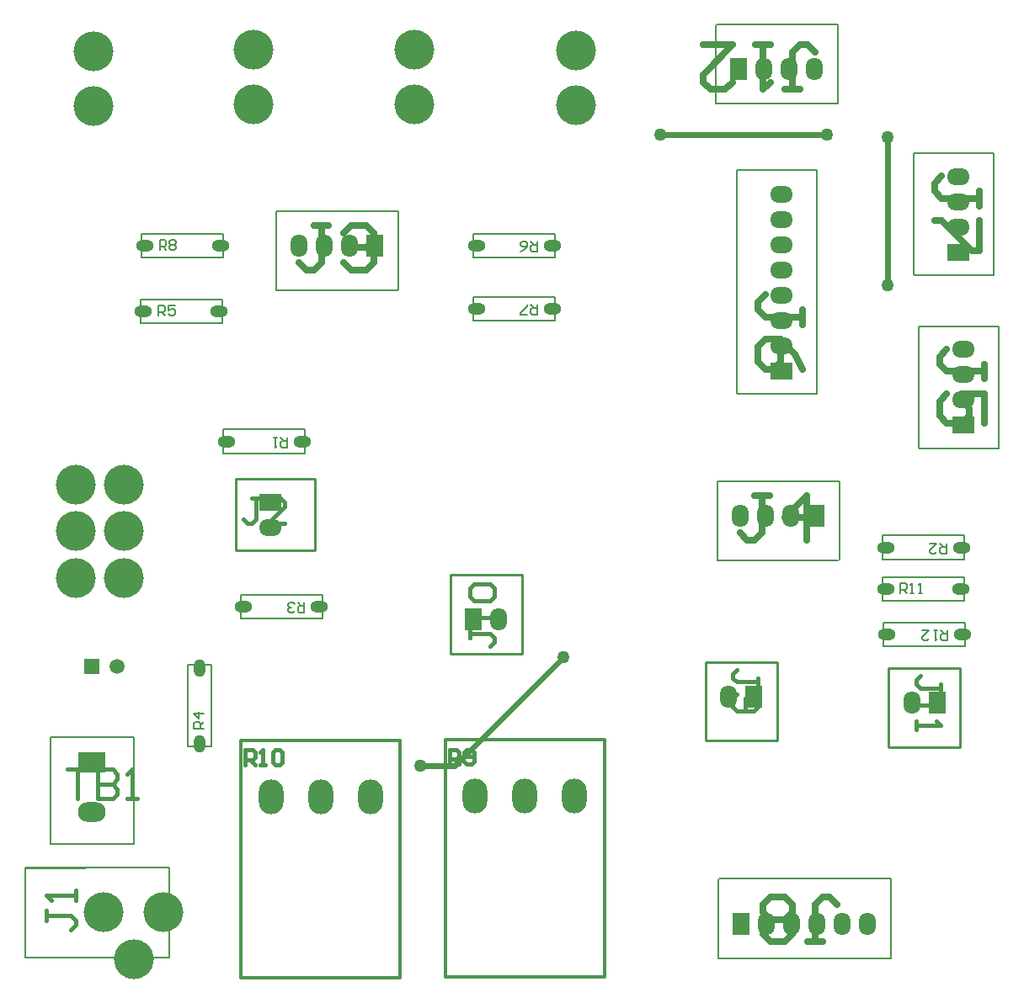
<source format=gtl>
G04*
G04 #@! TF.GenerationSoftware,Altium Limited,Altium Designer,22.5.1 (42)*
G04*
G04 Layer_Physical_Order=1*
G04 Layer_Color=255*
%FSLAX44Y44*%
%MOMM*%
G71*
G04*
G04 #@! TF.SameCoordinates,2238DE84-C422-4DFA-8E31-384DE279FC20*
G04*
G04*
G04 #@! TF.FilePolarity,Positive*
G04*
G01*
G75*
%ADD10C,0.2540*%
%ADD11C,0.2000*%
%ADD12C,0.3000*%
%ADD13C,0.1500*%
%ADD14C,0.4000*%
%ADD15C,0.7000*%
%ADD16C,0.4500*%
%ADD30C,0.6000*%
%ADD31O,1.8000X1.2000*%
%ADD32O,1.7000X2.3000*%
%ADD33R,1.7000X2.3000*%
%ADD34C,4.0000*%
%ADD35C,1.5000*%
%ADD36R,1.5000X1.5000*%
%ADD37R,2.3000X1.7000*%
%ADD38O,2.3000X1.7000*%
%ADD39O,2.5000X3.5000*%
%ADD40O,1.2000X1.8000*%
%ADD41R,2.8000X2.0000*%
%ADD42O,2.8000X2.0000*%
%ADD43C,1.2700*%
D10*
X946912Y246077D02*
X1019048D01*
Y325579D01*
X946912D02*
X1019048D01*
X946912Y246077D02*
Y325579D01*
X290371Y443992D02*
X369873D01*
X290371D02*
Y516128D01*
X369873D01*
Y443992D02*
Y516128D01*
X762762Y252428D02*
Y331929D01*
X834898D01*
Y252428D02*
Y331929D01*
X762762Y252428D02*
X834898D01*
X578358Y339901D02*
Y419403D01*
X506222Y339901D02*
X578358D01*
X506222D02*
Y419403D01*
X578358D01*
D11*
X941190Y459040D02*
X1023190D01*
X941190Y435040D02*
Y459040D01*
Y435040D02*
X1023190D01*
Y459040D01*
X940810Y393130D02*
X1022810D01*
Y417130D01*
X940810D02*
X1022810D01*
X940810Y393130D02*
Y417130D01*
X941880Y371410D02*
X1023880D01*
X941880Y347410D02*
Y371410D01*
Y347410D02*
X1023880D01*
Y371410D01*
X775330Y33580D02*
Y112580D01*
X776330Y113580D01*
X949330D01*
Y33580D02*
Y113580D01*
X775330Y33580D02*
X949330D01*
X773790Y973370D02*
X895604D01*
Y893370D02*
Y973370D01*
X772790Y893370D02*
Y972370D01*
Y893370D02*
X895604D01*
X774446Y433790D02*
X896260D01*
X774446D02*
Y513790D01*
X897260Y434790D02*
Y513790D01*
X774446D02*
X897260D01*
X331216Y705570D02*
X453030D01*
X331216D02*
Y785570D01*
X454030Y706570D02*
Y785570D01*
X331216D02*
X454030D01*
X266000Y246810D02*
Y328810D01*
X242000D02*
X266000D01*
X242000Y246810D02*
Y328810D01*
Y246810D02*
X266000D01*
X104050Y256240D02*
X188050D01*
Y148990D02*
Y256240D01*
X104050Y148990D02*
X188050D01*
X104050D02*
Y256240D01*
X278250Y565720D02*
X360250D01*
X278250Y541720D02*
Y565720D01*
Y541720D02*
X360250D01*
Y565720D01*
X529710Y699070D02*
X611710D01*
X529710Y675070D02*
Y699070D01*
Y675070D02*
X611710D01*
Y699070D01*
X194740Y672530D02*
X276740D01*
Y696530D01*
X194740D02*
X276740D01*
X194740Y672530D02*
Y696530D01*
X529710Y762570D02*
X611710D01*
X529710Y738570D02*
Y762570D01*
Y738570D02*
X611710D01*
Y762570D01*
X295450Y399350D02*
X377450D01*
X295450Y375350D02*
Y399350D01*
Y375350D02*
X377450D01*
Y399350D01*
X196010Y738570D02*
X278010D01*
Y762570D01*
X196010D02*
X278010D01*
X196010Y738570D02*
Y762570D01*
X78988Y34010D02*
Y124010D01*
Y125010D02*
X223988D01*
X223988Y34010D02*
Y124010D01*
X78988Y34010D02*
X223988D01*
X78988Y124010D02*
X138988D01*
X874470Y601340D02*
Y827024D01*
X795470Y601340D02*
X874470D01*
X794470Y827024D02*
X874470D01*
X794470Y602340D02*
Y827024D01*
X977350Y547730D02*
Y669544D01*
X1057350D01*
X978350Y546730D02*
X1057350D01*
Y669544D01*
X972270Y721720D02*
Y843534D01*
X1052270D01*
X973270Y720720D02*
X1052270D01*
Y843534D01*
D12*
X295920Y253200D02*
X296920D01*
X295920Y14200D02*
Y253200D01*
Y14200D02*
X455920D01*
Y253200D01*
X295920D02*
X455920D01*
X501190Y253850D02*
X502190D01*
X501190Y14850D02*
Y253850D01*
Y14850D02*
X661190D01*
Y253850D01*
X501190D02*
X661190D01*
D13*
X1005190Y451040D02*
Y441043D01*
X1000192D01*
X998525Y442709D01*
Y446042D01*
X1000192Y447708D01*
X1005190D01*
X1001858D02*
X998525Y451040D01*
X988529D02*
X995193D01*
X988529Y444375D01*
Y442709D01*
X990195Y441043D01*
X993527D01*
X995193Y442709D01*
X958810Y401130D02*
Y411127D01*
X963808D01*
X965474Y409461D01*
Y406128D01*
X963808Y404462D01*
X958810D01*
X962142D02*
X965474Y401130D01*
X968807D02*
X972139D01*
X970473D01*
Y411127D01*
X968807Y409461D01*
X977137Y401130D02*
X980470D01*
X978804D01*
Y411127D01*
X977137Y409461D01*
X1005880Y363410D02*
Y353413D01*
X1000882D01*
X999215Y355079D01*
Y358412D01*
X1000882Y360078D01*
X1005880D01*
X1002548D02*
X999215Y363410D01*
X995883D02*
X992551D01*
X994217D01*
Y353413D01*
X995883Y355079D01*
X980888Y363410D02*
X987553D01*
X980888Y356745D01*
Y355079D01*
X982554Y353413D01*
X985886D01*
X987553Y355079D01*
X258000Y264810D02*
X248003D01*
Y269808D01*
X249669Y271474D01*
X253002D01*
X254668Y269808D01*
Y264810D01*
Y268142D02*
X258000Y271474D01*
Y279805D02*
X248003D01*
X253002Y274807D01*
Y281471D01*
X342250Y557720D02*
Y547723D01*
X337252D01*
X335586Y549389D01*
Y552722D01*
X337252Y554388D01*
X342250D01*
X338918D02*
X335586Y557720D01*
X332253D02*
X328921D01*
X330587D01*
Y547723D01*
X332253Y549389D01*
X593710Y691070D02*
Y681073D01*
X588712D01*
X587046Y682739D01*
Y686072D01*
X588712Y687738D01*
X593710D01*
X590378D02*
X587046Y691070D01*
X583713Y681073D02*
X577049D01*
Y682739D01*
X583713Y689404D01*
Y691070D01*
X212740Y680530D02*
Y690527D01*
X217738D01*
X219405Y688861D01*
Y685528D01*
X217738Y683862D01*
X212740D01*
X216072D02*
X219405Y680530D01*
X229401Y690527D02*
X222737D01*
Y685528D01*
X226069Y687195D01*
X227735D01*
X229401Y685528D01*
Y682196D01*
X227735Y680530D01*
X224403D01*
X222737Y682196D01*
X593710Y754570D02*
Y744573D01*
X588712D01*
X587046Y746239D01*
Y749572D01*
X588712Y751238D01*
X593710D01*
X590378D02*
X587046Y754570D01*
X577049Y744573D02*
X580381Y746239D01*
X583713Y749572D01*
Y752904D01*
X582047Y754570D01*
X578715D01*
X577049Y752904D01*
Y751238D01*
X578715Y749572D01*
X583713D01*
X359450Y391350D02*
Y381353D01*
X354452D01*
X352785Y383019D01*
Y386352D01*
X354452Y388018D01*
X359450D01*
X356118D02*
X352785Y391350D01*
X349453Y383019D02*
X347787Y381353D01*
X344455D01*
X342789Y383019D01*
Y384686D01*
X344455Y386352D01*
X346121D01*
X344455D01*
X342789Y388018D01*
Y389684D01*
X344455Y391350D01*
X347787D01*
X349453Y389684D01*
X214010Y746570D02*
Y756567D01*
X219008D01*
X220674Y754901D01*
Y751568D01*
X219008Y749902D01*
X214010D01*
X217342D02*
X220674Y746570D01*
X224007Y754901D02*
X225673Y756567D01*
X229005D01*
X230671Y754901D01*
Y753234D01*
X229005Y751568D01*
X230671Y749902D01*
Y748236D01*
X229005Y746570D01*
X225673D01*
X224007Y748236D01*
Y749902D01*
X225673Y751568D01*
X224007Y753234D01*
Y754901D01*
X225673Y751568D02*
X229005D01*
D14*
X999472Y301169D02*
Y309499D01*
Y305334D01*
X978645D01*
X974480Y309499D01*
Y313665D01*
X978645Y317830D01*
X974480Y292838D02*
Y284507D01*
Y288673D01*
X999472D01*
X995307Y292838D01*
X974480Y272012D02*
Y263681D01*
Y267846D01*
X999472D01*
X995307Y272012D01*
X314781Y496552D02*
X306451D01*
X310616D01*
Y475725D01*
X306451Y471560D01*
X302285D01*
X298120Y475725D01*
X339773Y471560D02*
X323112D01*
X339773Y488221D01*
Y492387D01*
X335608Y496552D01*
X327277D01*
X323112Y492387D01*
X299920Y228200D02*
Y243195D01*
X307418D01*
X309917Y240696D01*
Y235698D01*
X307418Y233198D01*
X299920D01*
X304918D02*
X309917Y228200D01*
X314915D02*
X319914D01*
X317414D01*
Y243195D01*
X314915Y240696D01*
X327411D02*
X329910Y243195D01*
X334909D01*
X337408Y240696D01*
Y230699D01*
X334909Y228200D01*
X329910D01*
X327411Y230699D01*
Y240696D01*
X505190Y228850D02*
Y243845D01*
X512688D01*
X515187Y241346D01*
Y236348D01*
X512688Y233848D01*
X505190D01*
X510188D02*
X515187Y228850D01*
X520185Y231349D02*
X522684Y228850D01*
X527683D01*
X530182Y231349D01*
Y241346D01*
X527683Y243845D01*
X522684D01*
X520185Y241346D01*
Y238847D01*
X522684Y236348D01*
X530182D01*
X815322Y307519D02*
Y315849D01*
Y311684D01*
X794495D01*
X790330Y315849D01*
Y320015D01*
X794495Y324180D01*
Y299188D02*
X790330Y295023D01*
Y286692D01*
X794495Y282527D01*
X811157D01*
X815322Y286692D01*
Y295023D01*
X811157Y299188D01*
X806991D01*
X802826Y295023D01*
Y282527D01*
X525798Y364311D02*
Y355981D01*
Y360146D01*
X546625D01*
X550790Y355981D01*
Y351815D01*
X546625Y347650D01*
X550790Y372642D02*
Y380973D01*
Y376807D01*
X525798D01*
X529963Y372642D01*
Y393469D02*
X525798Y397634D01*
Y405965D01*
X529963Y410130D01*
X546625D01*
X550790Y405965D01*
Y397634D01*
X546625Y393469D01*
X529963D01*
D15*
X865360Y50265D02*
X880355D01*
X872857D01*
Y87752D01*
X880355Y95250D01*
X887852D01*
X895350Y87752D01*
X850365Y57762D02*
X842867Y50265D01*
X827872D01*
X820374Y57762D01*
Y65260D01*
X827872Y72757D01*
X820374Y80255D01*
Y87752D01*
X827872Y95250D01*
X842867D01*
X850365Y87752D01*
Y80255D01*
X842867Y72757D01*
X850365Y65260D01*
Y57762D01*
X842867Y72757D02*
X827872D01*
X842754Y907768D02*
X857749D01*
X850251D01*
Y945256D01*
X857749Y952754D01*
X865246D01*
X872744Y945256D01*
X827758Y952754D02*
X812763D01*
X820261D01*
Y907768D01*
X827758Y915266D01*
X760280Y952754D02*
X790271D01*
X760280Y922764D01*
Y915266D01*
X767778Y907768D01*
X782773D01*
X790271Y915266D01*
X827296Y499392D02*
X812301D01*
X819799D01*
Y461904D01*
X812301Y454406D01*
X804804D01*
X797306Y461904D01*
X864784Y454406D02*
Y499392D01*
X842291Y476899D01*
X872282D01*
X384066Y771171D02*
X369071D01*
X376569D01*
Y733684D01*
X369071Y726186D01*
X361574D01*
X354076Y733684D01*
X399062Y763674D02*
X406559Y771171D01*
X421554D01*
X429052Y763674D01*
Y756176D01*
X421554Y748679D01*
X414057D01*
X421554D01*
X429052Y741181D01*
Y733684D01*
X421554Y726186D01*
X406559D01*
X399062Y733684D01*
X860455Y671350D02*
Y686345D01*
Y678847D01*
X822968D01*
X815470Y686345D01*
Y693842D01*
X822968Y701340D01*
X860455Y626364D02*
X852958Y641359D01*
X837963Y656355D01*
X822968D01*
X815470Y648857D01*
Y633862D01*
X822968Y626364D01*
X830465D01*
X837963Y633862D01*
Y656355D01*
X1042952Y616694D02*
Y631689D01*
Y624191D01*
X1005464D01*
X997966Y631689D01*
Y639186D01*
X1005464Y646684D01*
X1042952Y571708D02*
Y601698D01*
X1020459D01*
X1027956Y586703D01*
Y579206D01*
X1020459Y571708D01*
X1005464D01*
X997966Y579206D01*
Y594201D01*
X1005464Y601698D01*
X1037871Y790684D02*
Y805679D01*
Y798181D01*
X1000384D01*
X992886Y805679D01*
Y813176D01*
X1000384Y820674D01*
X1037871Y775688D02*
Y745698D01*
X1030374D01*
X1000384Y775688D01*
X992886D01*
D16*
X121550Y223980D02*
X141544D01*
X131547D01*
Y193990D01*
X151540Y223980D02*
Y193990D01*
X166535D01*
X171534Y198988D01*
Y203987D01*
X166535Y208985D01*
X151540D01*
X166535D01*
X171534Y213983D01*
Y218982D01*
X166535Y223980D01*
X151540D01*
X181531Y193990D02*
X191527D01*
X186529D01*
Y223980D01*
X181531Y218982D01*
X99998Y82003D02*
Y72007D01*
Y77005D01*
X124990D01*
X129988Y72007D01*
Y67008D01*
X124990Y62010D01*
X129988Y92000D02*
Y101997D01*
Y96999D01*
X99998D01*
X104996Y92000D01*
D30*
X717550Y862330D02*
X885190D01*
X946150Y711200D02*
Y859790D01*
X510540Y227330D02*
X619760Y336550D01*
X476250Y227330D02*
X510540D01*
D31*
X1020190Y447040D02*
D03*
X944190D02*
D03*
X943810Y405130D02*
D03*
X1019810D02*
D03*
X1020880Y359410D02*
D03*
X944880D02*
D03*
X357250Y553720D02*
D03*
X281250D02*
D03*
X608710Y687070D02*
D03*
X532710D02*
D03*
X197740Y684530D02*
D03*
X273740D02*
D03*
X608710Y750570D02*
D03*
X532710D02*
D03*
X374450Y387350D02*
D03*
X298450D02*
D03*
X199010Y750570D02*
D03*
X275010D02*
D03*
D32*
X970280Y290830D02*
D03*
X824230Y68580D02*
D03*
X849630D02*
D03*
X875030D02*
D03*
X900430D02*
D03*
X925830D02*
D03*
X821690Y928370D02*
D03*
X847090D02*
D03*
X872490D02*
D03*
X848360Y478790D02*
D03*
X822960D02*
D03*
X797560D02*
D03*
X405130Y750570D02*
D03*
X379730D02*
D03*
X354330D02*
D03*
X786130Y297180D02*
D03*
X554990Y374650D02*
D03*
D33*
X995680Y290830D02*
D03*
X798830Y68580D02*
D03*
X796290Y928370D02*
D03*
X873760Y478790D02*
D03*
X430530Y750570D02*
D03*
X811530Y297180D02*
D03*
X529590Y374650D02*
D03*
D34*
X129540Y510550D02*
D03*
X177540D02*
D03*
X129540Y463550D02*
D03*
Y416550D02*
D03*
X177540Y463550D02*
D03*
Y416550D02*
D03*
X308610Y947810D02*
D03*
Y892810D02*
D03*
X147320Y946150D02*
D03*
Y891150D02*
D03*
X632460Y947420D02*
D03*
Y892420D02*
D03*
X469900Y947810D02*
D03*
Y892810D02*
D03*
X187988Y33010D02*
D03*
X217988Y80010D02*
D03*
X157988D02*
D03*
D35*
X171450Y327660D02*
D03*
D36*
X146050D02*
D03*
D37*
X325120Y492760D02*
D03*
X839470Y624840D02*
D03*
X1022350Y570230D02*
D03*
X1017270Y744220D02*
D03*
D38*
X325120Y467360D02*
D03*
X839470Y726440D02*
D03*
Y701040D02*
D03*
Y675640D02*
D03*
Y650240D02*
D03*
Y751840D02*
D03*
Y777240D02*
D03*
Y802640D02*
D03*
X1022350Y595630D02*
D03*
Y621030D02*
D03*
Y646430D02*
D03*
X1017270Y769620D02*
D03*
Y795020D02*
D03*
Y820420D02*
D03*
D39*
X325920Y196200D02*
D03*
X425920D02*
D03*
X375920D02*
D03*
X531190Y196850D02*
D03*
X631190D02*
D03*
X581190D02*
D03*
D40*
X254000Y249810D02*
D03*
Y325810D02*
D03*
D41*
X146050Y230740D02*
D03*
D42*
Y180740D02*
D03*
D43*
X885190Y862330D02*
D03*
X717550D02*
D03*
X619760Y336550D02*
D03*
X946150Y859790D02*
D03*
Y711200D02*
D03*
X476250Y227330D02*
D03*
M02*

</source>
